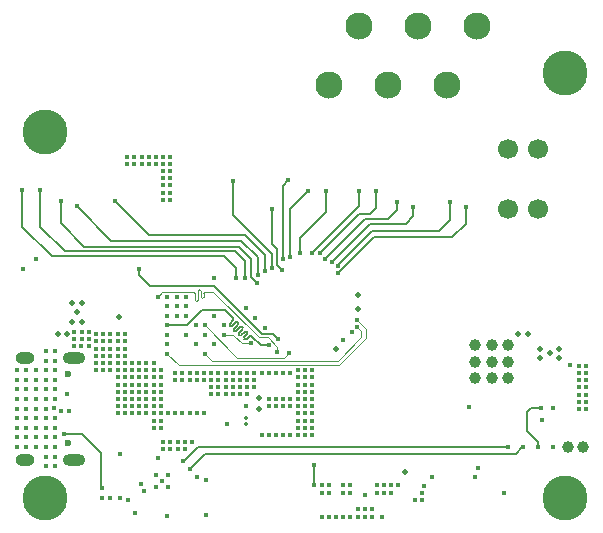
<source format=gbr>
%TF.GenerationSoftware,KiCad,Pcbnew,9.0.1*%
%TF.CreationDate,2025-05-01T00:05:03-04:00*%
%TF.ProjectId,main_board,6d61696e-5f62-46f6-9172-642e6b696361,rev?*%
%TF.SameCoordinates,Original*%
%TF.FileFunction,Copper,L3,Inr*%
%TF.FilePolarity,Positive*%
%FSLAX46Y46*%
G04 Gerber Fmt 4.6, Leading zero omitted, Abs format (unit mm)*
G04 Created by KiCad (PCBNEW 9.0.1) date 2025-05-01 00:05:03*
%MOMM*%
%LPD*%
G01*
G04 APERTURE LIST*
%TA.AperFunction,ComponentPad*%
%ADD10C,3.800000*%
%TD*%
%TA.AperFunction,ComponentPad*%
%ADD11C,0.600000*%
%TD*%
%TA.AperFunction,ComponentPad*%
%ADD12O,1.900000X1.000000*%
%TD*%
%TA.AperFunction,ComponentPad*%
%ADD13O,1.600000X1.000000*%
%TD*%
%TA.AperFunction,ComponentPad*%
%ADD14C,2.300000*%
%TD*%
%TA.AperFunction,ComponentPad*%
%ADD15C,1.700000*%
%TD*%
%TA.AperFunction,ViaPad*%
%ADD16C,0.400000*%
%TD*%
%TA.AperFunction,ViaPad*%
%ADD17C,1.000000*%
%TD*%
%TA.AperFunction,ViaPad*%
%ADD18C,0.500000*%
%TD*%
%TA.AperFunction,ViaPad*%
%ADD19C,0.350000*%
%TD*%
%TA.AperFunction,Conductor*%
%ADD20C,0.203200*%
%TD*%
%TA.AperFunction,Conductor*%
%ADD21C,0.127000*%
%TD*%
%TA.AperFunction,Conductor*%
%ADD22C,0.100000*%
%TD*%
G04 APERTURE END LIST*
D10*
%TO.N,N/C*%
%TO.C,REF\u002A\u002A*%
X117000000Y-112000000D03*
%TD*%
%TO.N,N/C*%
%TO.C,REF\u002A\u002A*%
X161000000Y-76000000D03*
%TD*%
%TO.N,N/C*%
%TO.C,REF\u002A\u002A*%
X161000000Y-112000000D03*
%TD*%
%TO.N,N/C*%
%TO.C,REF\u002A\u002A*%
X117000000Y-81000000D03*
%TD*%
D11*
%TO.N,*%
%TO.C,USB1*%
X118962800Y-101554800D03*
X118962800Y-107334800D03*
D12*
%TO.N,GND*%
X119462800Y-100124800D03*
X119462800Y-108764800D03*
D13*
X115282800Y-108764800D03*
X115282800Y-100124800D03*
%TD*%
D14*
%TO.N,/Motor/Gate Driver/H_BRIDGE_SHA*%
%TO.C,CN3*%
X141070000Y-77074400D03*
X143570000Y-72074400D03*
%TO.N,/Motor/Gate Driver/H_BRIDGE_SHB*%
X146070000Y-77074400D03*
X148570000Y-72074400D03*
%TO.N,/Motor/Gate Driver/H_BRIDGE_SHC*%
X151070000Y-77074400D03*
X153570000Y-72074400D03*
%TD*%
D15*
%TO.N,GND*%
%TO.C,CN1*%
X156230000Y-82460000D03*
X156230000Y-87540000D03*
%TO.N,+12V*%
X158770000Y-82460000D03*
X158770000Y-87540000D03*
%TD*%
D16*
%TO.N,VBUS*%
X119481600Y-97953003D03*
X120091200Y-97942400D03*
X120700800Y-97942400D03*
X120080563Y-99154588D03*
X120700800Y-99161600D03*
X119481600Y-99161600D03*
X120700800Y-98552000D03*
X120091200Y-98552000D03*
X119481600Y-98552000D03*
X121310400Y-99364800D03*
X121310400Y-99974400D03*
X121310400Y-100584000D03*
X121310400Y-101193600D03*
X129438400Y-107289600D03*
X127000000Y-107289600D03*
X127000000Y-107899200D03*
X128828800Y-107899200D03*
X128219200Y-107899200D03*
X127609600Y-107899200D03*
X128828800Y-107289600D03*
X128219200Y-107289600D03*
X127609600Y-107289600D03*
X126187200Y-106070400D03*
X126796800Y-106070400D03*
X126796800Y-105460800D03*
X126187200Y-105460800D03*
X121310400Y-98145600D03*
X121920000Y-98145600D03*
X123139200Y-98145600D03*
X122529600Y-98145600D03*
X123748800Y-98145600D03*
X123139200Y-99974400D03*
X121920000Y-98755200D03*
X121310400Y-98755200D03*
X123748800Y-98755200D03*
X121920000Y-101193600D03*
X121920000Y-100584000D03*
X126187200Y-100584000D03*
X125577600Y-100584000D03*
X123139200Y-100584000D03*
X124358400Y-100584000D03*
X123139200Y-99364800D03*
X123139200Y-98755200D03*
X121920000Y-99974400D03*
X122529600Y-100584000D03*
X124968000Y-100584000D03*
X122529600Y-98755200D03*
X123748800Y-100584000D03*
X122529600Y-99974400D03*
X121920000Y-99364800D03*
X122529600Y-101193600D03*
X123748800Y-99364800D03*
X123748800Y-99974400D03*
X122529600Y-99364800D03*
X125577600Y-101193600D03*
X126796800Y-101193600D03*
X124968000Y-101193600D03*
X123139200Y-101193600D03*
X124358400Y-101193600D03*
X126187200Y-101193600D03*
X123748800Y-101193600D03*
X126796800Y-101803200D03*
X125577600Y-101803200D03*
X123139200Y-101803200D03*
X124968000Y-101803200D03*
X123748800Y-101803200D03*
X126187200Y-101803200D03*
X124358400Y-101803200D03*
X126796800Y-102412800D03*
X125577600Y-102412800D03*
X123139200Y-102412800D03*
X124968000Y-102412800D03*
X123748800Y-102412800D03*
X126187200Y-102412800D03*
X124358400Y-102412800D03*
X126796800Y-103022400D03*
X125577600Y-103022400D03*
X123139200Y-103022400D03*
X124968000Y-103022400D03*
X123748800Y-103022400D03*
X126187200Y-103022400D03*
X124358400Y-103022400D03*
X126796800Y-103632000D03*
X125577600Y-103632000D03*
X123139200Y-103632000D03*
X124968000Y-103632000D03*
X123748800Y-103632000D03*
X126187200Y-103632000D03*
X124358400Y-103632000D03*
X126796800Y-104241600D03*
X125577600Y-104241600D03*
X123139200Y-104241600D03*
X124968000Y-104241600D03*
X123748800Y-104241600D03*
X126187200Y-104241600D03*
X124358400Y-104241600D03*
X130454400Y-104851200D03*
X129844800Y-104851200D03*
X129235200Y-104851200D03*
X128625600Y-104851200D03*
X128016000Y-104851200D03*
X127406400Y-104851200D03*
X126796800Y-104851200D03*
X126187200Y-104851200D03*
X125577600Y-104851200D03*
X124968000Y-104851200D03*
X124358400Y-104851200D03*
X123748800Y-104851200D03*
X123139200Y-104851200D03*
%TO.N,*%
X135940800Y-104241600D03*
X136550400Y-104241600D03*
X137160000Y-104241600D03*
X137769600Y-104241600D03*
%TO.N,+3V3*%
X135331200Y-106680000D03*
X135940800Y-106680000D03*
X136550400Y-106680000D03*
X137160000Y-106680000D03*
X137769600Y-106680000D03*
X139598400Y-106070400D03*
X138379200Y-106680000D03*
X139598400Y-106680000D03*
X138988800Y-106070400D03*
X138988800Y-106680000D03*
X138379200Y-106070400D03*
X139598400Y-104851200D03*
X138379200Y-105460800D03*
X139598400Y-105460800D03*
X138988800Y-104851200D03*
X138988800Y-105460800D03*
X138379200Y-104851200D03*
X139598400Y-103632000D03*
X138379200Y-104241600D03*
X139598400Y-104241600D03*
X138988800Y-103632000D03*
X138988800Y-104241600D03*
X138379200Y-103632000D03*
X139598400Y-102412800D03*
X138379200Y-103022400D03*
X139598400Y-103022400D03*
X138988800Y-102412800D03*
X138988800Y-103022400D03*
X138379200Y-102412800D03*
X138379200Y-101803200D03*
X138988800Y-101803200D03*
X139598400Y-101803200D03*
X139598400Y-101193600D03*
X138988800Y-101193600D03*
X138379200Y-101193600D03*
%TO.N,GND*%
X144068800Y-111760000D03*
X145084800Y-111556800D03*
X145084800Y-110947200D03*
X142240000Y-110947200D03*
X142849600Y-110947200D03*
X142849600Y-111556800D03*
X142240000Y-111556800D03*
X141020800Y-111556800D03*
X141020800Y-110947200D03*
X140411200Y-110947200D03*
X140411200Y-111556800D03*
X144678400Y-112979200D03*
X144068800Y-112979200D03*
X143459200Y-112979200D03*
%TO.N,/MCU/PD_SDA*%
X139750800Y-109220000D03*
X139750800Y-110947200D03*
X130606800Y-110490000D03*
%TO.N,/MCU/PD_SCL*%
X129844800Y-110236000D03*
%TO.N,/MCU/USB_D+*%
X124002800Y-112166400D03*
%TO.N,/MCU/USB_D-*%
X124612400Y-113284000D03*
%TO.N,Net-(U1-CC1)*%
X125157000Y-110822832D03*
%TO.N,Net-(U1-CC2)*%
X125391400Y-111449859D03*
%TO.N,/MCU/USB_D+*%
X119008401Y-104648000D03*
%TO.N,*%
X162211200Y-103263400D03*
X127000000Y-86766400D03*
X162211200Y-103873000D03*
X162211200Y-104482600D03*
X162211200Y-101434600D03*
X162820800Y-102653800D03*
X127609600Y-83718400D03*
X162820800Y-100825000D03*
X127000000Y-83108800D03*
X162211200Y-102044200D03*
X125171200Y-83108800D03*
X162820800Y-101434600D03*
X127609600Y-83108800D03*
X123952000Y-83718400D03*
X127609600Y-84328000D03*
X162820800Y-103873000D03*
X162820800Y-102044200D03*
X125780800Y-83718400D03*
X124561600Y-83718400D03*
X127000000Y-86156800D03*
X124561600Y-83108800D03*
X127000000Y-85547200D03*
X125171200Y-83718400D03*
X162211200Y-102653800D03*
X162820800Y-103263400D03*
X127000000Y-83718400D03*
X125780800Y-83108800D03*
X127000000Y-84937600D03*
X123952000Y-83108800D03*
X127000000Y-84328000D03*
X126390400Y-83108800D03*
X127609600Y-85547200D03*
X126390400Y-83718400D03*
X162211200Y-100825000D03*
X162820800Y-104482600D03*
X127609600Y-86766400D03*
X127609600Y-84937600D03*
X127609600Y-86156800D03*
%TO.N,+3V3*%
X127343200Y-94983600D03*
X131343199Y-96583601D03*
X128943200Y-94983600D03*
X127343202Y-98183600D03*
X127343200Y-96583600D03*
X128943200Y-96583600D03*
D17*
X161266800Y-107708400D03*
D16*
%TO.N,GND*%
X116230400Y-102006400D03*
X116230400Y-106070400D03*
X148945600Y-112166400D03*
X115417600Y-103632000D03*
X134721600Y-102006400D03*
X142240000Y-113588800D03*
X148336000Y-112166400D03*
X117856000Y-108508800D03*
X132892800Y-103225600D03*
X116230400Y-101193600D03*
X128625600Y-102006400D03*
X114604800Y-103632000D03*
X115417600Y-106070400D03*
X143459200Y-113588800D03*
X134112000Y-102006400D03*
X115417600Y-102819200D03*
D17*
X153416800Y-101858400D03*
X156216800Y-99058400D03*
D16*
X117043200Y-107696000D03*
X140793600Y-85987397D03*
X117856000Y-102006400D03*
X117043200Y-101193600D03*
X137160000Y-101396800D03*
X143541600Y-85987397D03*
D17*
X162536800Y-107708400D03*
D16*
X128943200Y-95783600D03*
X121804989Y-111995011D03*
X136550400Y-103632000D03*
X159051200Y-105384600D03*
X148945600Y-111556800D03*
X131064000Y-102006400D03*
X145694400Y-111556800D03*
X155897400Y-111556800D03*
X130657600Y-113487200D03*
X144068800Y-113588800D03*
X131673600Y-102006400D03*
X115417600Y-105257600D03*
X117043200Y-105257600D03*
D18*
X135128000Y-103558400D03*
D16*
X117856000Y-103632000D03*
X127300000Y-113500000D03*
X145694400Y-110947200D03*
X127343200Y-95783600D03*
X132283200Y-102006400D03*
X132410200Y-105741978D03*
D18*
X118872000Y-98105403D03*
D16*
X114604800Y-106883200D03*
X131064000Y-103225600D03*
X133502400Y-102616000D03*
X117043200Y-108508800D03*
D17*
X154816800Y-99058400D03*
D16*
X128143200Y-96583600D03*
X117856000Y-101193600D03*
X117856000Y-100380800D03*
X115417600Y-102006400D03*
X128016000Y-101396800D03*
X141020800Y-113588800D03*
X131064000Y-101396800D03*
X117856000Y-109321600D03*
D18*
X118059201Y-98105404D03*
D16*
X142849600Y-113588800D03*
X146304000Y-110947200D03*
X134112000Y-101396800D03*
X115074000Y-85953600D03*
X114604800Y-102819200D03*
X160041200Y-104419400D03*
D17*
X154816800Y-101858400D03*
D16*
X131673600Y-103225600D03*
X116230400Y-106883200D03*
X127400000Y-111100000D03*
X134721600Y-102616000D03*
X133502400Y-103225600D03*
X116230400Y-102819200D03*
X117043200Y-109321600D03*
X132143200Y-97383600D03*
X114604800Y-102006400D03*
X117830273Y-105270493D03*
X140411200Y-113588800D03*
D18*
X160528000Y-100177600D03*
D16*
X115417600Y-106883200D03*
X133502400Y-102006400D03*
X115417600Y-104444800D03*
X146304000Y-111556800D03*
D17*
X156216800Y-101858400D03*
D16*
X137769600Y-103632000D03*
X132283200Y-102616000D03*
X117043200Y-102819200D03*
X126400000Y-110100000D03*
X117043200Y-99568000D03*
D18*
X160528000Y-99364800D03*
X119278400Y-97089403D03*
X157073600Y-98145600D03*
X158902400Y-99364800D03*
D16*
X134112000Y-102616000D03*
X114604800Y-104444800D03*
X117043200Y-104444800D03*
X116230400Y-107696000D03*
X130454400Y-102006400D03*
X139598400Y-91236800D03*
D17*
X153416800Y-99058400D03*
D16*
X144678400Y-113588800D03*
X114604800Y-101193600D03*
X117043200Y-103632000D03*
X117856000Y-99568000D03*
D18*
X120091200Y-95463803D03*
X119684800Y-96276603D03*
D16*
X132283200Y-103225600D03*
X137160000Y-103632000D03*
X152884200Y-104317800D03*
X137769600Y-101396800D03*
X117856000Y-107696000D03*
X129844800Y-101396800D03*
D18*
X123240800Y-96683003D03*
D16*
X153416000Y-110229600D03*
D18*
X158902400Y-100177600D03*
D16*
X117043200Y-100380800D03*
X141630400Y-113588800D03*
X129235200Y-101396800D03*
X115417600Y-107696000D03*
X117043200Y-102006400D03*
X114604800Y-105257600D03*
X128143200Y-95783600D03*
X131673600Y-102616000D03*
X130454400Y-101396800D03*
X133502400Y-101396800D03*
X136550400Y-101396800D03*
X131673600Y-101396800D03*
X117856000Y-106070400D03*
D18*
X119278400Y-95463803D03*
D16*
X135940800Y-103632000D03*
X117791706Y-104423267D03*
D17*
X156216800Y-100458400D03*
D16*
X117856000Y-106883200D03*
X128625600Y-101396800D03*
X129844800Y-102006400D03*
X127343200Y-98983600D03*
D17*
X154816800Y-100458400D03*
D16*
X146913600Y-110914062D03*
X114604800Y-106070400D03*
D17*
X153416800Y-100458400D03*
D16*
X132892800Y-102616000D03*
D18*
X159735401Y-99720400D03*
D16*
X135331200Y-101396800D03*
X126400000Y-111100000D03*
X132283200Y-101396800D03*
X133197600Y-93370400D03*
X117043200Y-106883200D03*
X117043200Y-106070400D03*
X149086168Y-111019137D03*
X132892800Y-101396800D03*
X116230400Y-104444800D03*
X127400000Y-110100000D03*
X129235200Y-102006400D03*
X117856000Y-102819200D03*
X115417600Y-101193600D03*
D18*
X157886400Y-98145600D03*
D16*
X126900000Y-110600000D03*
X135940800Y-101396800D03*
X116230400Y-105257600D03*
X132892800Y-102006400D03*
X128016000Y-102006400D03*
D18*
X147457201Y-109812498D03*
D16*
X134112000Y-103225600D03*
X131064000Y-102616000D03*
X128143200Y-94983600D03*
X114604800Y-107696000D03*
X116230400Y-103632000D03*
D18*
X120091200Y-97089403D03*
D16*
X138582400Y-91236800D03*
X134721600Y-101396800D03*
%TO.N,VBUS*%
X152622800Y-87409797D03*
X141839535Y-92925312D03*
D18*
%TO.N,Net-(U8-CPH)*%
X143515147Y-94856437D03*
%TO.N,Net-(U8-CPL)*%
X143459200Y-96012000D03*
%TO.N,Net-(U3-SS)*%
X135128000Y-104518400D03*
%TO.N,Net-(U8-DVDD)*%
X141630400Y-99372800D03*
D16*
%TO.N,Net-(D4-A)*%
X123342400Y-108300000D03*
%TO.N,Net-(U6-EN)*%
X159996800Y-107708400D03*
D19*
%TO.N,Net-(U3-SW)*%
X134023100Y-105741978D03*
%TO.N,Net-(U3-BST)*%
X134023100Y-105245789D03*
D16*
%TO.N,Net-(U2-SW)*%
X149758400Y-110236000D03*
%TO.N,/Motor/Gate Driver/MOTOR_C_CURRENT_SENSE*%
X134416800Y-98907600D03*
X132143200Y-98183600D03*
%TO.N,/Motor/Gate Driver/MOTOR_B_CURRENT_SENSE*%
X131343200Y-98983600D03*
%TO.N,/Motor/Gate Driver/MOTOR_A_CURRENT_SENSE*%
X130543200Y-98183600D03*
%TO.N,/MCU/USB_D-*%
X118365747Y-104608549D03*
%TO.N,Net-(U1-CC2)*%
X118567546Y-106631961D03*
%TO.N,Net-(U1-CC1)*%
X118872000Y-103225600D03*
%TO.N,Net-(U2-FB)*%
X145491200Y-113588800D03*
%TO.N,/MCU/STM32_EN*%
X128943200Y-98183600D03*
%TO.N,Net-(U3-FB)*%
X134010400Y-104241600D03*
%TO.N,/Motor/Gate Driver/GATE_DRIVER_NFAULT*%
X131343200Y-93383600D03*
%TO.N,/Motor/Gate Driver/H_BRIDGE_SPA*%
X140309600Y-91236800D03*
X145041600Y-85987397D03*
%TO.N,/Motor/Gate Driver/H_BRIDGE_SPB*%
X139293600Y-85987397D03*
X137766855Y-91568127D03*
%TO.N,Net-(U8-SOA)*%
X135636000Y-97637600D03*
%TO.N,Net-(U8-SOB)*%
X134793613Y-96803587D03*
%TO.N,Net-(U8-SOC)*%
X133980813Y-95889187D03*
%TO.N,/Power/VBUS_SWITCH_GATE*%
X126600000Y-108600000D03*
%TO.N,/MCU/EN_12V*%
X159021200Y-104419400D03*
X158726800Y-107708400D03*
%TO.N,/MCU/PD_INT_N*%
X157456800Y-107708400D03*
X129235200Y-109524800D03*
%TO.N,/MCU/PD_FAULT*%
X156186800Y-107708400D03*
X128687499Y-108915200D03*
%TO.N,/CAN Transceiver1/CAN_RX*%
X161442400Y-100787200D03*
%TO.N,/CAN Transceiver1/CAN_TX*%
X153646800Y-109467600D03*
%TO.N,/Motor/Gate Driver/H_BRIDGE_SPC*%
X116574000Y-85953600D03*
X133908800Y-93370400D03*
%TO.N,/Motor/Gate Driver/GATE_DRIVER_INHA*%
X142240000Y-98653600D03*
X129743200Y-97383600D03*
%TO.N,/Motor/Gate Driver/GATE_DRIVER_SDI*%
X127343200Y-97383600D03*
X135934113Y-99086093D03*
%TO.N,/Motor/Gate Driver/GATE_DRIVER_NSCS*%
X137668000Y-99720400D03*
X130543200Y-97383600D03*
%TO.N,/Motor/Gate Driver/GATE_DRIVER_SDO*%
X136748911Y-98573043D03*
X124943200Y-92583600D03*
%TO.N,/Motor/Gate Driver/GATE_DRIVER_INHB*%
X129743200Y-98983600D03*
X143002000Y-97993200D03*
%TO.N,/Motor/Gate Driver/GATE_DRIVER_SCLK*%
X126543200Y-94983600D03*
X136652000Y-99684763D03*
%TO.N,/Motor/Gate Driver/GATE_DRIVER_INLA*%
X143443643Y-96961867D03*
X127343200Y-99783600D03*
%TO.N,/Motor/Gate Driver/GATE_DRIVER_INHC*%
X143408400Y-97536000D03*
X130543200Y-99783600D03*
%TO.N,/Motor/Gate Driver/H_BRIDGE_GHC*%
X135636000Y-92760800D03*
X122955600Y-86840597D03*
%TO.N,/Motor/Gate Driver/H_BRIDGE_GHA*%
X141783185Y-92327961D03*
X151272800Y-86929797D03*
%TO.N,/Motor/Gate Driver/H_BRIDGE_GLC*%
X118333200Y-86840597D03*
X134924800Y-93776800D03*
%TO.N,/Motor/Gate Driver/H_BRIDGE_GLA*%
X140734739Y-91745628D03*
X146802400Y-86929797D03*
%TO.N,/Motor/Gate Driver/H_BRIDGE_GHB*%
X132931600Y-85134197D03*
X136245600Y-92557600D03*
%TO.N,/Motor/Gate Driver/H_BRIDGE_GLB*%
X137554000Y-85124597D03*
X137109200Y-91744800D03*
%TO.N,/Motor/Gate Driver/H_BRIDGE_SHC*%
X135026400Y-93167200D03*
X119683200Y-87320597D03*
%TO.N,/Motor/Gate Driver/H_BRIDGE_SHB*%
X136204000Y-87544597D03*
X137032239Y-92665756D03*
%TO.N,/Motor/Gate Driver/H_BRIDGE_SHA*%
X141268851Y-92018990D03*
X148152400Y-87409797D03*
%TO.N,/CAN_P*%
X116199800Y-91795600D03*
X115143989Y-92606505D03*
%TO.N,Net-(U1-CC2)*%
X121806325Y-111170862D03*
%TO.N,GND*%
X123317500Y-111996798D03*
X122481627Y-111991270D03*
%TD*%
D20*
%TO.N,/Motor/Gate Driver/H_BRIDGE_SPB*%
X139293600Y-85987397D02*
X137766855Y-87514142D01*
X137766855Y-87514142D02*
X137766855Y-91568127D01*
%TO.N,/MCU/PD_SDA*%
X139750800Y-109220000D02*
X139750800Y-110947200D01*
%TO.N,/MCU/PD_INT_N*%
X129235200Y-109524800D02*
X129286000Y-109524800D01*
X129286000Y-109524800D02*
X130556000Y-108254800D01*
X156870400Y-108254800D02*
X157416800Y-107708400D01*
X157416800Y-107708400D02*
X157456800Y-107708400D01*
X130556000Y-108254800D02*
X156870400Y-108254800D01*
%TO.N,/MCU/PD_FAULT*%
X128687499Y-108915200D02*
X128727200Y-108915200D01*
X128727200Y-108915200D02*
X129946400Y-107696000D01*
X129946400Y-107696000D02*
X156174400Y-107696000D01*
X156174400Y-107696000D02*
X156186800Y-107708400D01*
%TO.N,Net-(U1-CC2)*%
X120091200Y-106578400D02*
X121716800Y-108204000D01*
X118567546Y-106631961D02*
X118621107Y-106578400D01*
X118621107Y-106578400D02*
X120091200Y-106578400D01*
X121716800Y-111081337D02*
X121806325Y-111170862D01*
X121716800Y-108204000D02*
X121716800Y-111081337D01*
D21*
%TO.N,/Motor/Gate Driver/GATE_DRIVER_SDI*%
X132620703Y-97248126D02*
G75*
G03*
X132620655Y-97406227I78997J-79074D01*
G01*
X133876772Y-98520896D02*
X133916285Y-98560409D01*
X135255693Y-99086093D02*
X135934113Y-99086093D01*
X133730451Y-97560851D02*
G75*
G02*
X133730474Y-97718926I-79051J-79049D01*
G01*
X128981200Y-97383600D02*
X130302000Y-96062800D01*
X132232400Y-96062800D02*
X132940189Y-96770589D01*
X133178031Y-97876191D02*
X133532884Y-97521337D01*
X133137753Y-97126206D02*
G75*
G02*
X133295807Y-97126205I79027J-79026D01*
G01*
X133928015Y-97916467D02*
G75*
G02*
X134086067Y-97916467I79026J-79025D01*
G01*
X133916285Y-98560409D02*
G75*
G03*
X134074337Y-98560409I79026J79025D01*
G01*
X134323146Y-98311599D02*
G75*
G02*
X134481200Y-98311598I79027J-79026D01*
G01*
X133295806Y-97126206D02*
X133335320Y-97165720D01*
X133335320Y-97323772D02*
X132980466Y-97678625D01*
X133876772Y-98362843D02*
G75*
G03*
X133876741Y-98520926I79028J-79057D01*
G01*
X132980466Y-97678625D02*
G75*
G03*
X132980417Y-97836726I79034J-79075D01*
G01*
X133450442Y-98235989D02*
G75*
G03*
X133608494Y-98235989I79026J79025D01*
G01*
X133410929Y-98038424D02*
G75*
G03*
X133410979Y-98196426I79071J-78976D01*
G01*
X132940189Y-96770589D02*
G75*
G02*
X132940174Y-96928626I-78989J-79011D01*
G01*
X132620703Y-97406179D02*
X132660216Y-97445692D01*
X133019979Y-97876191D02*
G75*
G03*
X133178031Y-97876191I79026J79025D01*
G01*
X134125582Y-97955982D02*
G75*
G02*
X134125574Y-98114026I-78982J-79018D01*
G01*
X127343200Y-97383600D02*
X128981200Y-97383600D01*
X132818268Y-97445692D02*
X133137753Y-97126206D01*
X130302000Y-96062800D02*
X132232400Y-96062800D01*
X133532884Y-97521337D02*
G75*
G02*
X133690936Y-97521337I79026J-79026D01*
G01*
X133335320Y-97165720D02*
G75*
G02*
X133335274Y-97323726I-79020J-78980D01*
G01*
X132660216Y-97445692D02*
G75*
G03*
X132818268Y-97445692I79026J79025D01*
G01*
X133730451Y-97718903D02*
X133410929Y-98038424D01*
X132940189Y-96928641D02*
X132620703Y-97248126D01*
X132980466Y-97836678D02*
X133019979Y-97876191D01*
X133690937Y-97521337D02*
X133730451Y-97560851D01*
X133410929Y-98196476D02*
X133450442Y-98235989D01*
X133608494Y-98235989D02*
X133928015Y-97916467D01*
X134086067Y-97916467D02*
X134125582Y-97955982D01*
X134125582Y-98114034D02*
X133876772Y-98362843D01*
X134074337Y-98560409D02*
X134323146Y-98311599D01*
X134481199Y-98311599D02*
X135255693Y-99086093D01*
%TO.N,/Motor/Gate Driver/GATE_DRIVER_SDO*%
X136748911Y-98573043D02*
X136308568Y-98132700D01*
X136308568Y-98132700D02*
X135369100Y-98132700D01*
X135369100Y-98132700D02*
X131318000Y-94081600D01*
X131318000Y-94081600D02*
X125882400Y-94081600D01*
X125882400Y-94081600D02*
X124943200Y-93142400D01*
X124943200Y-93142400D02*
X124943200Y-92583600D01*
D22*
%TO.N,/Motor/Gate Driver/GATE_DRIVER_INHC*%
X143408400Y-97536000D02*
X143764000Y-97891600D01*
X143764000Y-97891600D02*
X143764000Y-98399600D01*
X143764000Y-98399600D02*
X141784400Y-100379200D01*
X141784400Y-100379200D02*
X131138800Y-100379200D01*
X131138800Y-100379200D02*
X130543200Y-99783600D01*
%TO.N,/Motor/Gate Driver/GATE_DRIVER_INLA*%
X143443643Y-96961867D02*
X144170400Y-97688624D01*
X144170400Y-97688624D02*
X144170400Y-98501200D01*
X128346800Y-100787200D02*
X127343200Y-99783600D01*
X144170400Y-98501200D02*
X141884400Y-100787200D01*
X141884400Y-100787200D02*
X128346800Y-100787200D01*
%TO.N,/Motor/Gate Driver/GATE_DRIVER_NSCS*%
X133286400Y-100126800D02*
X130543200Y-97383600D01*
X137668000Y-99720400D02*
X137261600Y-100126800D01*
X137261600Y-100126800D02*
X133286400Y-100126800D01*
D20*
%TO.N,GND*%
X139598400Y-91236800D02*
X143541600Y-87293600D01*
X132181600Y-91541600D02*
X133197600Y-92557600D01*
X133197600Y-92557600D02*
X133197600Y-93370400D01*
X143541600Y-87293600D02*
X143541600Y-85987397D01*
X115074000Y-89064400D02*
X117551200Y-91541600D01*
X140793600Y-87806400D02*
X140793600Y-85987397D01*
X115074000Y-85953600D02*
X115074000Y-89064400D01*
X117551200Y-91541600D02*
X132181600Y-91541600D01*
X138582400Y-91236800D02*
X138582400Y-90017600D01*
X138582400Y-90017600D02*
X140793600Y-87806400D01*
%TO.N,VBUS*%
X141839535Y-92925312D02*
X144848847Y-89916000D01*
X151485600Y-89916000D02*
X152622800Y-88778800D01*
X144848847Y-89916000D02*
X151485600Y-89916000D01*
X152622800Y-88778800D02*
X152622800Y-87409797D01*
D22*
%TO.N,/Motor/Gate Driver/MOTOR_C_CURRENT_SENSE*%
X133654800Y-98907600D02*
X134416800Y-98907600D01*
X132143200Y-98183600D02*
X132930800Y-98183600D01*
X132930800Y-98183600D02*
X133654800Y-98907600D01*
D20*
%TO.N,/Motor/Gate Driver/H_BRIDGE_SPA*%
X143560800Y-87985600D02*
X144475200Y-87985600D01*
X145041600Y-87419200D02*
X145041600Y-85987397D01*
X144475200Y-87985600D02*
X145041600Y-87419200D01*
X140309600Y-91236800D02*
X143560800Y-87985600D01*
%TO.N,/MCU/EN_12V*%
X157804000Y-106349800D02*
X157804000Y-104748621D01*
X157804000Y-104748621D02*
X158133221Y-104419400D01*
X158133221Y-104419400D02*
X159021200Y-104419400D01*
X158726800Y-107272600D02*
X157804000Y-106349800D01*
X158726800Y-107708400D02*
X158726800Y-107272600D01*
%TO.N,/Motor/Gate Driver/H_BRIDGE_SPC*%
X133096000Y-91135200D02*
X133908800Y-91948000D01*
X116574000Y-89040400D02*
X118668800Y-91135200D01*
X116574000Y-85953600D02*
X116574000Y-89040400D01*
X133908800Y-91948000D02*
X133908800Y-93370400D01*
X118668800Y-91135200D02*
X133096000Y-91135200D01*
%TO.N,/Motor/Gate Driver/H_BRIDGE_GHC*%
X135636000Y-91440000D02*
X135636000Y-92760800D01*
X122955600Y-86840597D02*
X125827803Y-89712800D01*
X125827803Y-89712800D02*
X133908800Y-89712800D01*
X133908800Y-89712800D02*
X135636000Y-91440000D01*
%TO.N,/Motor/Gate Driver/H_BRIDGE_GHA*%
X141783185Y-92327961D02*
X141783185Y-92303215D01*
X141783185Y-92303215D02*
X144678400Y-89408000D01*
X150368000Y-89408000D02*
X151272800Y-88503200D01*
X151272800Y-88503200D02*
X151272800Y-86929797D01*
X144678400Y-89408000D02*
X150368000Y-89408000D01*
%TO.N,/Motor/Gate Driver/H_BRIDGE_GLC*%
X120294400Y-90728800D02*
X133400800Y-90728800D01*
X133400800Y-90728800D02*
X134416800Y-91744800D01*
X118333200Y-86840597D02*
X118333200Y-88767600D01*
X134416800Y-93268800D02*
X134924800Y-93776800D01*
X134416800Y-91744800D02*
X134416800Y-93268800D01*
X118333200Y-88767600D02*
X120294400Y-90728800D01*
%TO.N,/Motor/Gate Driver/H_BRIDGE_GLA*%
X145999200Y-88392000D02*
X146802400Y-87588800D01*
X146802400Y-87588800D02*
X146802400Y-86929797D01*
X144088367Y-88392000D02*
X145999200Y-88392000D01*
X140734739Y-91745628D02*
X144088367Y-88392000D01*
%TO.N,/Motor/Gate Driver/H_BRIDGE_GHB*%
X136245600Y-91338400D02*
X132931600Y-88024400D01*
X136245600Y-92557600D02*
X136245600Y-91338400D01*
X132931600Y-88024400D02*
X132931600Y-85134197D01*
%TO.N,/Motor/Gate Driver/H_BRIDGE_GLB*%
X137109200Y-85569397D02*
X137554000Y-85124597D01*
X137109200Y-91744800D02*
X137109200Y-85569397D01*
%TO.N,/Motor/Gate Driver/H_BRIDGE_SHC*%
X133604000Y-90220800D02*
X135026400Y-91643200D01*
X122583403Y-90220800D02*
X133604000Y-90220800D01*
X135026400Y-91643200D02*
X135026400Y-93167200D01*
X119683200Y-87320597D02*
X122583403Y-90220800D01*
%TO.N,/Motor/Gate Driver/H_BRIDGE_SHB*%
X136652000Y-92285517D02*
X136652000Y-90932000D01*
X136204000Y-90484000D02*
X136204000Y-87544597D01*
X136652000Y-90932000D02*
X136204000Y-90484000D01*
X137032239Y-92665756D02*
X136652000Y-92285517D01*
%TO.N,/Motor/Gate Driver/H_BRIDGE_SHA*%
X141268851Y-92018990D02*
X144489441Y-88798400D01*
X147523200Y-88798400D02*
X148152400Y-88169200D01*
X144489441Y-88798400D02*
X147523200Y-88798400D01*
X148152400Y-88169200D02*
X148152400Y-87409797D01*
D22*
%TO.N,/Motor/Gate Driver/GATE_DRIVER_SCLK*%
X130280709Y-95096166D02*
X130331189Y-95096166D01*
X129927349Y-95237222D02*
X129927349Y-94480200D01*
X130079749Y-94380200D02*
G75*
G02*
X130179800Y-94480200I51J-100000D01*
G01*
X126946600Y-94580200D02*
X129573989Y-94580200D01*
X131257800Y-94580200D02*
X135077200Y-98399600D01*
X129674949Y-95237222D02*
G75*
G03*
X129775909Y-95338151I100951J22D01*
G01*
X130179749Y-94995206D02*
G75*
G03*
X130280709Y-95096151I100951J6D01*
G01*
X136652000Y-99212400D02*
X136652000Y-99684763D01*
X129674949Y-94681160D02*
X129674949Y-95237222D01*
X126543200Y-94983600D02*
X126946600Y-94580200D01*
X129927349Y-94480200D02*
G75*
G02*
X130027349Y-94380249I99951J0D01*
G01*
X129573989Y-94580200D02*
G75*
G02*
X129675000Y-94681160I11J-101000D01*
G01*
X129826389Y-95338182D02*
G75*
G03*
X129927382Y-95237222I11J100982D01*
G01*
X130179749Y-94480200D02*
X130179749Y-94995206D01*
X130432149Y-94995206D02*
X130432149Y-94681160D01*
X130027349Y-94380200D02*
X130079749Y-94380200D01*
X129775909Y-95338182D02*
X129826389Y-95338182D01*
X130331189Y-95096166D02*
G75*
G03*
X130432166Y-94995206I11J100966D01*
G01*
X130432149Y-94681160D02*
G75*
G02*
X130533109Y-94580249I100951J-40D01*
G01*
X130533109Y-94580200D02*
X131257800Y-94580200D01*
X135077200Y-98399600D02*
X135839200Y-98399600D01*
X135839200Y-98399600D02*
X136652000Y-99212400D01*
%TD*%
M02*

</source>
